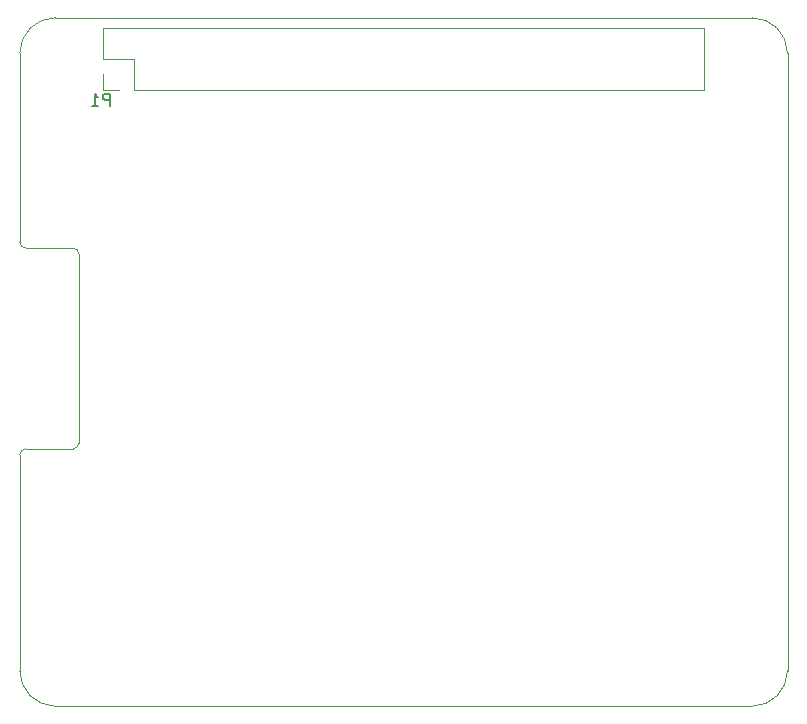
<source format=gbo>
%TF.GenerationSoftware,KiCad,Pcbnew,(6.0.5)*%
%TF.CreationDate,2022-06-15T11:00:18+02:00*%
%TF.ProjectId,peugeot_projekt,70657567-656f-4745-9f70-726f6a656b74,rev?*%
%TF.SameCoordinates,Original*%
%TF.FileFunction,Legend,Bot*%
%TF.FilePolarity,Positive*%
%FSLAX46Y46*%
G04 Gerber Fmt 4.6, Leading zero omitted, Abs format (unit mm)*
G04 Created by KiCad (PCBNEW (6.0.5)) date 2022-06-15 11:00:18*
%MOMM*%
%LPD*%
G01*
G04 APERTURE LIST*
%TA.AperFunction,Profile*%
%ADD10C,0.100000*%
%TD*%
%ADD11C,0.150000*%
%ADD12C,0.120000*%
G04 APERTURE END LIST*
D10*
X265000000Y-149286000D02*
X265000000Y-128664000D01*
X265000000Y-97000000D02*
G75*
G03*
X262000000Y-94000000I-3000000J0D01*
G01*
X204500000Y-130500000D02*
X200499127Y-130500001D01*
X200000000Y-131000000D02*
X200000000Y-149286000D01*
X205000000Y-114000000D02*
X205000000Y-130000000D01*
X262000000Y-94000000D02*
X203000000Y-94000000D01*
X200499127Y-130500001D02*
G75*
G03*
X200000000Y-131000000I873J-499999D01*
G01*
X204500000Y-130500000D02*
G75*
G03*
X205000000Y-130000000I0J500000D01*
G01*
X203000000Y-152286000D02*
X262000000Y-152286000D01*
X203000000Y-94000000D02*
G75*
G03*
X200000000Y-97000000I0J-3000000D01*
G01*
X200000000Y-113000000D02*
G75*
G03*
X200500000Y-113500000I500000J0D01*
G01*
X200000000Y-149286000D02*
G75*
G03*
X203000000Y-152286000I3000000J0D01*
G01*
X205000000Y-114000000D02*
G75*
G03*
X204500000Y-113500000I-500000J0D01*
G01*
X262000000Y-152286000D02*
G75*
G03*
X265000000Y-149286000I0J3000000D01*
G01*
X265000000Y-128664000D02*
X265000000Y-97000000D01*
X200000000Y-97000000D02*
X200000000Y-113000000D01*
X200500000Y-113500000D02*
X204500000Y-113500000D01*
D11*
X207596095Y-101430380D02*
X207596095Y-100430380D01*
X207215142Y-100430380D01*
X207119904Y-100478000D01*
X207072285Y-100525619D01*
X207024666Y-100620857D01*
X207024666Y-100763714D01*
X207072285Y-100858952D01*
X207119904Y-100906571D01*
X207215142Y-100954190D01*
X207596095Y-100954190D01*
X206072285Y-101430380D02*
X206643714Y-101430380D01*
X206358000Y-101430380D02*
X206358000Y-100430380D01*
X206453238Y-100573238D01*
X206548476Y-100668476D01*
X206643714Y-100716095D01*
D12*
X209640000Y-100100000D02*
X257960000Y-100100000D01*
X207040000Y-100100000D02*
X208370000Y-100100000D01*
X207040000Y-94900000D02*
X257960000Y-94900000D01*
X207040000Y-98770000D02*
X207040000Y-100100000D01*
X209640000Y-97500000D02*
X209640000Y-100100000D01*
X257960000Y-94900000D02*
X257960000Y-100100000D01*
X207040000Y-94900000D02*
X207040000Y-97500000D01*
X207040000Y-97500000D02*
X209640000Y-97500000D01*
M02*

</source>
